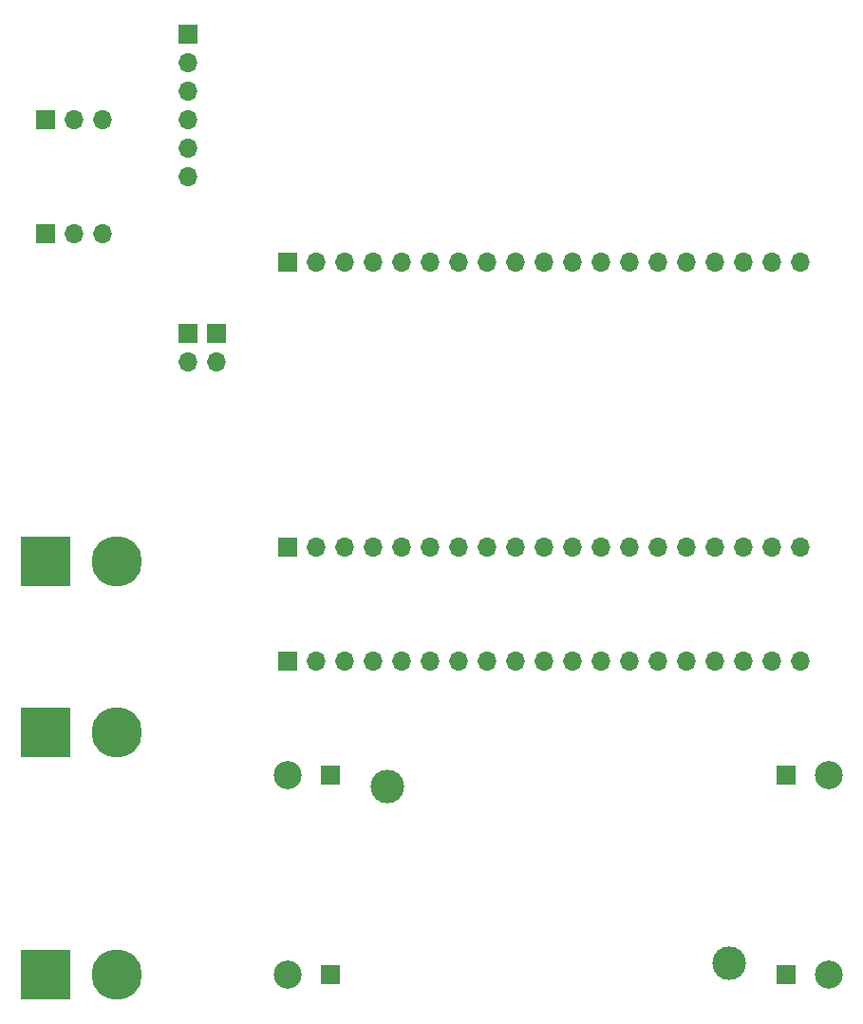
<source format=gbr>
%TF.GenerationSoftware,KiCad,Pcbnew,5.1.9+dfsg1-1~bpo10+1*%
%TF.CreationDate,2025-10-28T22:16:13+01:00*%
%TF.ProjectId,project-f,70726f6a-6563-4742-9d66-2e6b69636164,rev?*%
%TF.SameCoordinates,Original*%
%TF.FileFunction,Soldermask,Bot*%
%TF.FilePolarity,Negative*%
%FSLAX46Y46*%
G04 Gerber Fmt 4.6, Leading zero omitted, Abs format (unit mm)*
G04 Created by KiCad (PCBNEW 5.1.9+dfsg1-1~bpo10+1) date 2025-10-28 22:16:13*
%MOMM*%
%LPD*%
G01*
G04 APERTURE LIST*
%ADD10R,1.700000X1.700000*%
%ADD11O,1.700000X1.700000*%
%ADD12C,2.499360*%
%ADD13C,3.000000*%
%ADD14C,4.500880*%
%ADD15R,4.500880X4.500880*%
G04 APERTURE END LIST*
D10*
%TO.C,REF\u002A\u002A*%
X44450000Y-54610000D03*
D11*
X44450000Y-57150000D03*
%TD*%
%TO.C,REF\u002A\u002A*%
X41910000Y-57150000D03*
D10*
X41910000Y-54610000D03*
%TD*%
D11*
%TO.C,REF\u002A\u002A*%
X41910000Y-40640000D03*
X41910000Y-38100000D03*
X41910000Y-35560000D03*
X41910000Y-33020000D03*
X41910000Y-30480000D03*
D10*
X41910000Y-27940000D03*
%TD*%
D12*
%TO.C,REF\u002A\u002A*%
X99060000Y-93980000D03*
%TD*%
%TO.C,REF\u002A\u002A*%
X99060000Y-111760000D03*
%TD*%
%TO.C,REF\u002A\u002A*%
X50800000Y-111760000D03*
%TD*%
%TO.C,REF\u002A\u002A*%
X50800000Y-93980000D03*
%TD*%
D11*
%TO.C,REF\u002A\u002A*%
X96520000Y-83820000D03*
X93980000Y-83820000D03*
X91440000Y-83820000D03*
X88900000Y-83820000D03*
X86360000Y-83820000D03*
X83820000Y-83820000D03*
X81280000Y-83820000D03*
X78740000Y-83820000D03*
X76200000Y-83820000D03*
X73660000Y-83820000D03*
X71120000Y-83820000D03*
X68580000Y-83820000D03*
X66040000Y-83820000D03*
X63500000Y-83820000D03*
X60960000Y-83820000D03*
X58420000Y-83820000D03*
X55880000Y-83820000D03*
X53340000Y-83820000D03*
D10*
X50800000Y-83820000D03*
%TD*%
D13*
%TO.C,U1*%
X90170000Y-110744000D03*
X59690000Y-94996000D03*
D10*
X95250000Y-111760000D03*
X95250000Y-93980000D03*
X54610000Y-93980000D03*
X54610000Y-111760000D03*
%TD*%
D14*
%TO.C,J1_VCC1*%
X35560000Y-111760000D03*
D15*
X29210000Y-111760000D03*
%TD*%
D11*
%TO.C,U2*%
X68580000Y-48260000D03*
X63500000Y-48260000D03*
X66040000Y-48260000D03*
X58420000Y-48260000D03*
X86360000Y-48260000D03*
X91440000Y-48260000D03*
X76200000Y-48260000D03*
X83820000Y-48260000D03*
X55880000Y-48260000D03*
X78740000Y-48260000D03*
X73660000Y-48260000D03*
X71120000Y-48260000D03*
X53340000Y-48260000D03*
X93980000Y-48260000D03*
X96520000Y-48260000D03*
X88900000Y-48260000D03*
X81280000Y-48260000D03*
D10*
X50800000Y-48260000D03*
D11*
X60960000Y-48260000D03*
X68580000Y-73660000D03*
X63500000Y-73660000D03*
X66040000Y-73660000D03*
X58420000Y-73660000D03*
X86360000Y-73660000D03*
X91440000Y-73660000D03*
X76200000Y-73660000D03*
X83820000Y-73660000D03*
X55880000Y-73660000D03*
X78740000Y-73660000D03*
X73660000Y-73660000D03*
X71120000Y-73660000D03*
X53340000Y-73660000D03*
X93980000Y-73660000D03*
X96520000Y-73660000D03*
X88900000Y-73660000D03*
X81280000Y-73660000D03*
D10*
X50800000Y-73660000D03*
D11*
X60960000Y-73660000D03*
%TD*%
%TO.C,J5_SENSOR1*%
X34290000Y-35560000D03*
X31750000Y-35560000D03*
D10*
X29210000Y-35560000D03*
%TD*%
D11*
%TO.C,J4_ESC_CONTROL1*%
X34290000Y-45720000D03*
X31750000Y-45720000D03*
D10*
X29210000Y-45720000D03*
%TD*%
D14*
%TO.C,J3_ESC_POWER1*%
X35560000Y-90170000D03*
D15*
X29210000Y-90170000D03*
%TD*%
D14*
%TO.C,J2_5V1*%
X35560000Y-74930000D03*
D15*
X29210000Y-74930000D03*
%TD*%
M02*

</source>
